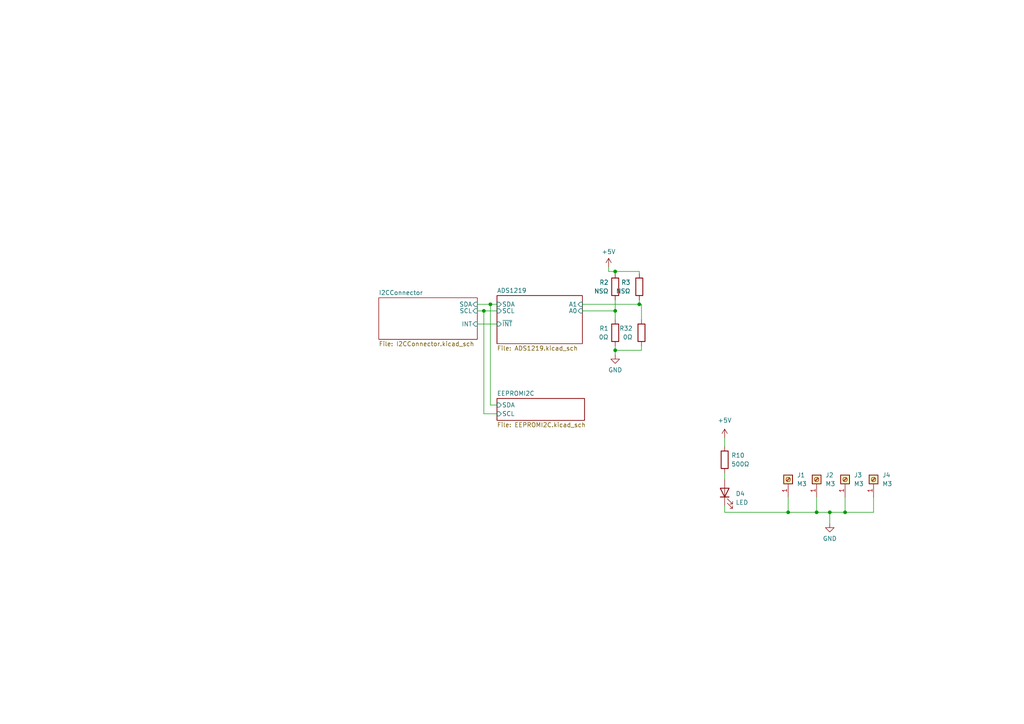
<source format=kicad_sch>
(kicad_sch (version 20230121) (generator eeschema)
  (paper "A4")
  (lib_symbols
    (symbol "Connector:Screw_Terminal_01x01" (pin_names (offset 1.016) hide)
      (property "Reference" "J" (at 0 2.54 0))
      (property "Value" "Screw_Terminal_01x01" (at 0 -2.54 0))
      (symbol "Screw_Terminal_01x01_1_1"
        (rectangle (start -1.27 1.27) (end 1.27 -1.27) (stroke (width 0.254)) (fill (type background)))
        (polyline (pts (xy -0.5334 0.3302) (xy 0.3302 -0.508)) (stroke (width 0.1524)))
        (polyline (pts (xy -0.3556 0.508) (xy 0.508 -0.3302)) (stroke (width 0.1524)))
        (circle (center 0 0) (radius 0.635) (stroke (width 0.1524)))
        (pin passive line (at -5.08 0 0) (length 3.81) (name "Pin_1") (number "1"))
      )
    )
    (symbol "Device:LED" (pin_numbers hide) (pin_names (offset 1.016) hide)
      (property "Reference" "D" (at 0 2.54 0))
      (property "Value" "LED" (at 0 -2.54 0))
      (symbol "LED_0_1"
        (polyline (pts (xy -1.27 -1.27) (xy -1.27 1.27)) (stroke (width 0.254)))
        (polyline (pts (xy -1.27 0) (xy 1.27 0)))
        (polyline (pts (xy 1.27 -1.27) (xy 1.27 1.27) (xy -1.27 0) (xy 1.27 -1.27)) (stroke (width 0.254)))
        (polyline (pts (xy -3.048 -0.762) (xy -4.572 -2.286) (xy -3.81 -2.286) (xy -4.572 -2.286) (xy -4.572 -1.524)))
        (polyline (pts (xy -1.778 -0.762) (xy -3.302 -2.286) (xy -2.54 -2.286) (xy -3.302 -2.286) (xy -3.302 -1.524)))
      )
      (symbol "LED_1_1"
        (pin passive line (at -3.81 0 0) (length 2.54) (name "K") (number "1"))
        (pin passive line (at 3.81 0 180) (length 2.54) (name "A") (number "2"))
      )
    )
    (symbol "Device:R" (pin_numbers hide) (pin_names (offset 0))
      (property "Reference" "R" (at 2.032 0 90))
      (property "Value" "R" (at 0 0 90))
      (symbol "R_0_1"
        (rectangle (start -1.016 -2.54) (end 1.016 2.54) (stroke (width 0.254)))
      )
      (symbol "R_1_1"
        (pin passive line (at 0 3.81 270) (length 1.27) (name "~") (number "1"))
        (pin passive line (at 0 -3.81 90) (length 1.27) (name "~") (number "2"))
      )
    )
    (symbol "power:+5V" (power) (pin_names (offset 0))
      (property "Value" "+5V" (at 0 3.556 0))
      (symbol "+5V_0_1"
        (polyline (pts (xy -0.762 1.27) (xy 0 2.54)))
        (polyline (pts (xy 0 0) (xy 0 2.54)))
        (polyline (pts (xy 0 2.54) (xy 0.762 1.27)))
      )
      (symbol "+5V_1_1"
        (pin power_in line (at 0 0 90) (length 0) hide (name "+5V") (number "1"))
      )
    )
    (symbol "power:GND" (power) (pin_names (offset 0))
      (property "Value" "GND" (at 0 -3.81 0))
      (symbol "GND_0_1"
        (polyline (pts (xy 0 0) (xy 0 -1.27) (xy 1.27 -1.27) (xy 0 -2.54) (xy -1.27 -1.27) (xy 0 -1.27)))
      )
      (symbol "GND_1_1"
        (pin power_in line (at 0 0 270) (length 0) hide (name "GND") (number "1"))
      )
    )
  )
  (junction (at 178.435 78.74))
  (junction (at 178.435 90.17))
  (junction (at 236.855 148.59))
  (junction (at 240.665 148.59))
  (junction (at 228.6 148.59))
  (junction (at 245.11 148.59))
  (junction (at 140.335 90.17))
  (junction (at 178.435 101.6))
  (junction (at 185.42 88.265))
  (junction (at 142.24 88.265))
  (wire (pts (xy 186.055 88.265) (xy 186.055 92.71)))
  (wire (pts (xy 178.435 100.33) (xy 178.435 101.6)))
  (wire (pts (xy 178.435 101.6) (xy 186.055 101.6)))
  (wire (pts (xy 236.855 144.145) (xy 236.855 148.59)))
  (wire (pts (xy 228.6 144.145) (xy 228.6 148.59)))
  (wire (pts (xy 178.435 101.6) (xy 178.435 102.87)))
  (wire (pts (xy 142.24 88.265) (xy 144.145 88.265)))
  (wire (pts (xy 240.665 148.59) (xy 240.665 151.765)))
  (wire (pts (xy 176.53 77.47) (xy 176.53 78.74)))
  (wire (pts (xy 185.42 86.995) (xy 185.42 88.265)))
  (wire (pts (xy 185.42 78.74) (xy 185.42 79.375)))
  (wire (pts (xy 185.42 88.265) (xy 186.055 88.265)))
  (wire (pts (xy 245.11 148.59) (xy 253.365 148.59)))
  (wire (pts (xy 253.365 148.59) (xy 253.365 144.145)))
  (wire (pts (xy 245.11 148.59) (xy 245.11 144.145)))
  (wire (pts (xy 140.335 90.17) (xy 144.145 90.17)))
  (wire (pts (xy 176.53 78.74) (xy 178.435 78.74)))
  (wire (pts (xy 236.855 148.59) (xy 240.665 148.59)))
  (wire (pts (xy 138.43 90.17) (xy 140.335 90.17)))
  (wire (pts (xy 140.335 90.17) (xy 140.335 120.015)))
  (wire (pts (xy 138.43 88.265) (xy 142.24 88.265)))
  (wire (pts (xy 178.435 78.74) (xy 185.42 78.74)))
  (wire (pts (xy 228.6 148.59) (xy 210.185 148.59)))
  (wire (pts (xy 228.6 148.59) (xy 236.855 148.59)))
  (wire (pts (xy 210.185 137.16) (xy 210.185 139.065)))
  (wire (pts (xy 168.91 88.265) (xy 185.42 88.265)))
  (wire (pts (xy 178.435 86.995) (xy 178.435 90.17)))
  (wire (pts (xy 168.91 90.17) (xy 178.435 90.17)))
  (wire (pts (xy 210.185 148.59) (xy 210.185 146.685)))
  (wire (pts (xy 178.435 78.74) (xy 178.435 79.375)))
  (wire (pts (xy 186.055 101.6) (xy 186.055 100.33)))
  (wire (pts (xy 178.435 90.17) (xy 178.435 92.71)))
  (wire (pts (xy 210.185 127) (xy 210.185 129.54)))
  (wire (pts (xy 142.24 88.265) (xy 142.24 117.475)))
  (wire (pts (xy 142.24 117.475) (xy 144.145 117.475)))
  (wire (pts (xy 140.335 120.015) (xy 144.145 120.015)))
  (wire (pts (xy 138.43 93.98) (xy 144.145 93.98)))
  (wire (pts (xy 240.665 148.59) (xy 245.11 148.59)))
  (symbol (lib_id "Device:R") (at 210.185 133.35 180) (unit 1)
    (property "Reference" "R10" (at 212.09 132.08 0) (effects (justify right)))
    (property "Value" "500Ω" (at 212.09 134.62 0) (effects (justify right)))
    (property "Footprint" "Resistor_SMD:R_0805_2012Metric" (effects hide))
  )
  (symbol (lib_id "power:GND") (at 178.435 102.87 0) (unit 1)
    (property "Reference" "#PWR03" (effects hide))
    (property "Value" "GND" (at 178.435 107.315 0))
  )
  (symbol (lib_id "Device:R") (at 178.435 83.185 0) (mirror x) (unit 1)
    (property "Reference" "R2" (at 176.53 81.915 0) (effects (justify right)))
    (property "Value" "NSΩ" (at 176.53 84.455 0) (effects (justify right)))
    (property "Footprint" "Resistor_SMD:R_0805_2012Metric" (effects hide))
  )
  (symbol (lib_id "Connector:Screw_Terminal_01x01") (at 245.11 139.065 90) (unit 1)
    (property "Reference" "J3" (at 247.65 137.795 90) (effects (justify right)))
    (property "Value" "M3" (at 247.65 140.335 90) (effects (justify right)))
    (property "Footprint" "MountingHole:MountingHole_3.2mm_M3_DIN965_Pad" (effects hide))
  )
  (symbol (lib_id "Connector:Screw_Terminal_01x01") (at 228.6 139.065 90) (unit 1)
    (property "Reference" "J1" (at 231.14 137.795 90) (effects (justify right)))
    (property "Value" "M3" (at 231.14 140.335 90) (effects (justify right)))
    (property "Footprint" "MountingHole:MountingHole_3.2mm_M3_DIN965_Pad" (effects hide))
  )
  (symbol (lib_id "Device:R") (at 178.435 96.52 0) (mirror x) (unit 1)
    (property "Reference" "R1" (at 176.53 95.25 0) (effects (justify right)))
    (property "Value" "0Ω" (at 176.53 97.79 0) (effects (justify right)))
    (property "Footprint" "Resistor_SMD:R_0805_2012Metric" (effects hide))
  )
  (symbol (lib_id "Device:LED") (at 210.185 142.875 90) (unit 1)
    (property "Reference" "D4" (at 213.36 143.1925 90) (effects (justify right)))
    (property "Value" "LED" (at 213.36 145.7325 90) (effects (justify right)))
    (property "Footprint" "LED_SMD:LED_0805_2012Metric" (effects hide))
  )
  (symbol (lib_id "power:GND") (at 240.665 151.765 0) (unit 1)
    (property "Reference" "#PWR01" (effects hide))
    (property "Value" "GND" (at 240.665 156.21 0))
  )
  (symbol (lib_id "Connector:Screw_Terminal_01x01") (at 253.365 139.065 90) (unit 1)
    (property "Reference" "J4" (at 255.905 137.795 90) (effects (justify right)))
    (property "Value" "M3" (at 255.905 140.335 90) (effects (justify right)))
    (property "Footprint" "MountingHole:MountingHole_3.2mm_M3_DIN965_Pad" (effects hide))
  )
  (symbol (lib_id "Device:R") (at 186.055 96.52 0) (mirror x) (unit 1)
    (property "Reference" "R32" (at 183.515 95.25 0) (effects (justify right)))
    (property "Value" "0Ω" (at 183.515 97.79 0) (effects (justify right)))
    (property "Footprint" "Resistor_SMD:R_0805_2012Metric" (effects hide))
  )
  (symbol (lib_id "power:+5V") (at 176.53 77.47 0) (unit 1)
    (property "Reference" "#PWR02" (effects hide))
    (property "Value" "+5V" (at 176.53 73.025 0))
  )
  (symbol (lib_id "Connector:Screw_Terminal_01x01") (at 236.855 139.065 90) (unit 1)
    (property "Reference" "J2" (at 239.395 137.795 90) (effects (justify right)))
    (property "Value" "M3" (at 239.395 140.335 90) (effects (justify right)))
    (property "Footprint" "MountingHole:MountingHole_3.2mm_M3_DIN965_Pad" (effects hide))
  )
  (symbol (lib_id "Device:R") (at 185.42 83.185 0) (mirror x) (unit 1)
    (property "Reference" "R3" (at 182.88 81.915 0) (effects (justify right)))
    (property "Value" "NSΩ" (at 182.88 84.455 0) (effects (justify right)))
    (property "Footprint" "Resistor_SMD:R_0805_2012Metric" (effects hide))
  )
  (symbol (lib_id "power:+5V") (at 210.185 127 0) (unit 1)
    (property "Reference" "#PWR019" (effects hide))
    (property "Value" "+5V" (at 210.185 121.92 0))
  )
  (sheet (at 144.145 115.57) (size 25.4 6.35) (stroke (width 0.1524))
    (property "Sheetname" "EEPROMI2C" (at 144.145 114.8584 0) (effects (justify left bottom)))
    (property "Sheetfile" "EEPROMI2C.kicad_sch" (at 144.145 122.5046 0) (effects (justify left top)))
    (pin "SCL" input (at 144.145 120.015 180))
    (pin "SDA" input (at 144.145 117.475 180))
  )
  (sheet (at 144.145 85.725) (size 24.765 13.97) (stroke (width 0.1524))
    (property "Sheetname" "ADS1219" (at 144.145 85.0134 0) (effects (justify left bottom)))
    (property "Sheetfile" "ADS1219.kicad_sch" (at 144.145 100.2796 0) (effects (justify left top)))
    (pin "~{INT}" input (at 144.145 93.98 180))
    (pin "A1" input (at 168.91 88.265 0))
    (pin "A0" input (at 168.91 90.17 0))
    (pin "SCL" input (at 144.145 90.17 180))
    (pin "SDA" input (at 144.145 88.265 180))
  )
  (sheet (at 109.855 86.36) (size 28.575 12.065) (stroke (width 0.1524))
    (property "Sheetname" "I2CConnector" (at 109.855 85.6484 0) (effects (justify left bottom)))
    (property "Sheetfile" "I2CConnector.kicad_sch" (at 109.855 99.0096 0) (effects (justify left top)))
    (pin "INT" input (at 138.43 93.98 0))
    (pin "SCL" input (at 138.43 90.17 0))
    (pin "SDA" input (at 138.43 88.265 0))
  )
)
</source>
